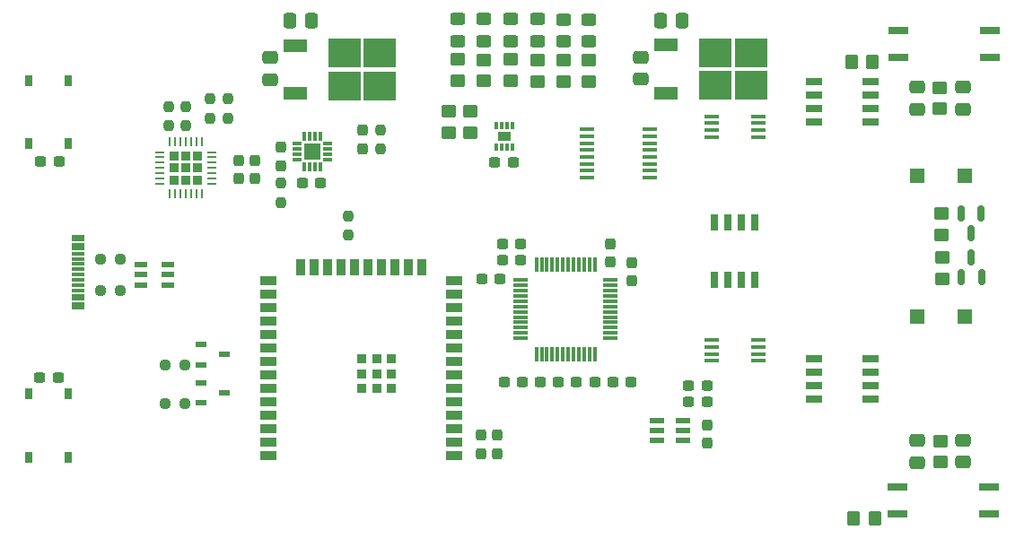
<source format=gbr>
%TF.GenerationSoftware,KiCad,Pcbnew,(6.0.4)*%
%TF.CreationDate,2023-03-24T19:38:28+01:00*%
%TF.ProjectId,test,74657374-2e6b-4696-9361-645f70636258,rev?*%
%TF.SameCoordinates,Original*%
%TF.FileFunction,Paste,Top*%
%TF.FilePolarity,Positive*%
%FSLAX46Y46*%
G04 Gerber Fmt 4.6, Leading zero omitted, Abs format (unit mm)*
G04 Created by KiCad (PCBNEW (6.0.4)) date 2023-03-24 19:38:28*
%MOMM*%
%LPD*%
G01*
G04 APERTURE LIST*
G04 Aperture macros list*
%AMRoundRect*
0 Rectangle with rounded corners*
0 $1 Rounding radius*
0 $2 $3 $4 $5 $6 $7 $8 $9 X,Y pos of 4 corners*
0 Add a 4 corners polygon primitive as box body*
4,1,4,$2,$3,$4,$5,$6,$7,$8,$9,$2,$3,0*
0 Add four circle primitives for the rounded corners*
1,1,$1+$1,$2,$3*
1,1,$1+$1,$4,$5*
1,1,$1+$1,$6,$7*
1,1,$1+$1,$8,$9*
0 Add four rect primitives between the rounded corners*
20,1,$1+$1,$2,$3,$4,$5,0*
20,1,$1+$1,$4,$5,$6,$7,0*
20,1,$1+$1,$6,$7,$8,$9,0*
20,1,$1+$1,$8,$9,$2,$3,0*%
G04 Aperture macros list end*
%ADD10RoundRect,0.237500X0.300000X0.237500X-0.300000X0.237500X-0.300000X-0.237500X0.300000X-0.237500X0*%
%ADD11RoundRect,0.250000X-0.450000X0.325000X-0.450000X-0.325000X0.450000X-0.325000X0.450000X0.325000X0*%
%ADD12RoundRect,0.237500X-0.250000X-0.237500X0.250000X-0.237500X0.250000X0.237500X-0.250000X0.237500X0*%
%ADD13RoundRect,0.237500X-0.300000X-0.237500X0.300000X-0.237500X0.300000X0.237500X-0.300000X0.237500X0*%
%ADD14R,1.900000X0.750000*%
%ADD15RoundRect,0.250000X0.475000X-0.337500X0.475000X0.337500X-0.475000X0.337500X-0.475000X-0.337500X0*%
%ADD16R,1.475000X1.400000*%
%ADD17R,1.300000X0.300000*%
%ADD18RoundRect,0.237500X-0.237500X0.300000X-0.237500X-0.300000X0.237500X-0.300000X0.237500X0.300000X0*%
%ADD19R,3.050000X2.750000*%
%ADD20R,2.200000X1.200000*%
%ADD21R,0.750000X1.000000*%
%ADD22RoundRect,0.250000X0.450000X-0.350000X0.450000X0.350000X-0.450000X0.350000X-0.450000X-0.350000X0*%
%ADD23RoundRect,0.237500X-0.237500X0.250000X-0.237500X-0.250000X0.237500X-0.250000X0.237500X0.250000X0*%
%ADD24R,0.300000X0.750000*%
%ADD25R,1.300000X0.900000*%
%ADD26RoundRect,0.237500X0.237500X-0.300000X0.237500X0.300000X-0.237500X0.300000X-0.237500X-0.300000X0*%
%ADD27RoundRect,0.150000X-0.150000X0.587500X-0.150000X-0.587500X0.150000X-0.587500X0.150000X0.587500X0*%
%ADD28RoundRect,0.225000X0.225000X0.225000X-0.225000X0.225000X-0.225000X-0.225000X0.225000X-0.225000X0*%
%ADD29RoundRect,0.062500X0.337500X0.062500X-0.337500X0.062500X-0.337500X-0.062500X0.337500X-0.062500X0*%
%ADD30RoundRect,0.062500X0.062500X0.337500X-0.062500X0.337500X-0.062500X-0.337500X0.062500X-0.337500X0*%
%ADD31RoundRect,0.250000X0.337500X0.475000X-0.337500X0.475000X-0.337500X-0.475000X0.337500X-0.475000X0*%
%ADD32R,1.425000X0.450000*%
%ADD33R,1.500000X0.900000*%
%ADD34R,0.900000X1.500000*%
%ADD35R,0.900000X0.900000*%
%ADD36RoundRect,0.250000X-0.450000X0.350000X-0.450000X-0.350000X0.450000X-0.350000X0.450000X0.350000X0*%
%ADD37RoundRect,0.250000X-0.350000X-0.450000X0.350000X-0.450000X0.350000X0.450000X-0.350000X0.450000X0*%
%ADD38RoundRect,0.250000X-0.475000X0.337500X-0.475000X-0.337500X0.475000X-0.337500X0.475000X0.337500X0*%
%ADD39R,1.500000X0.650000*%
%ADD40R,1.475000X0.450000*%
%ADD41R,0.300000X1.475000*%
%ADD42R,1.475000X0.300000*%
%ADD43RoundRect,0.237500X0.250000X0.237500X-0.250000X0.237500X-0.250000X-0.237500X0.250000X-0.237500X0*%
%ADD44R,1.200000X0.600000*%
%ADD45R,1.100000X0.600000*%
%ADD46R,0.850000X0.300000*%
%ADD47R,0.300000X0.850000*%
%ADD48R,1.650000X1.650000*%
%ADD49RoundRect,0.150000X0.150000X-0.587500X0.150000X0.587500X-0.150000X0.587500X-0.150000X-0.587500X0*%
%ADD50RoundRect,0.237500X0.237500X-0.250000X0.237500X0.250000X-0.237500X0.250000X-0.237500X-0.250000X0*%
%ADD51R,1.400000X0.600000*%
%ADD52R,0.650000X1.500000*%
G04 APERTURE END LIST*
D10*
%TO.C,C6*%
X4522500Y-14580000D03*
X2797500Y-14580000D03*
%TD*%
D11*
%TO.C,D1*%
X49650000Y-1125000D03*
X49650000Y-3175000D03*
%TD*%
D12*
%TO.C,R1*%
X8467500Y-26750000D03*
X10292500Y-26750000D03*
%TD*%
D13*
%TO.C,C31*%
X63922500Y-37285000D03*
X65647500Y-37285000D03*
%TD*%
D14*
%TO.C,K2*%
X83650000Y-45310000D03*
X83650000Y-47850000D03*
X92250000Y-47850000D03*
X92250000Y-45310000D03*
%TD*%
D10*
%TO.C,C5*%
X48230000Y-35350000D03*
X46505000Y-35350000D03*
%TD*%
D15*
%TO.C,C25*%
X89780000Y-42947500D03*
X89780000Y-40872500D03*
%TD*%
D16*
%TO.C,C29*%
X89982500Y-29210000D03*
X85457500Y-29210000D03*
%TD*%
D17*
%TO.C,U1*%
X6284100Y-21648971D03*
X6284100Y-22449073D03*
X6284100Y-23749047D03*
X6284100Y-24749047D03*
X6284100Y-25248920D03*
X6284100Y-26248666D03*
X6284100Y-27549149D03*
X6284100Y-28348997D03*
X6284100Y-28049022D03*
X6284100Y-27248920D03*
X6284100Y-26749047D03*
X6284100Y-25749047D03*
X6284100Y-24248920D03*
X6284100Y-23248920D03*
X6284100Y-22749047D03*
X6284100Y-21948946D03*
%TD*%
D18*
%TO.C,C8*%
X45860000Y-40400000D03*
X45860000Y-42125000D03*
%TD*%
D19*
%TO.C,U7*%
X69775000Y-4325000D03*
X66425000Y-7375000D03*
X69775000Y-7375000D03*
X66425000Y-4325000D03*
D20*
X61800000Y-3570000D03*
X61800000Y-8130000D03*
%TD*%
D16*
%TO.C,C28*%
X85437500Y-15900000D03*
X89962500Y-15900000D03*
%TD*%
D21*
%TO.C,SW2*%
X1625000Y-12900000D03*
X1625000Y-6900000D03*
X5375000Y-12900000D03*
X5375000Y-6900000D03*
%TD*%
D22*
%TO.C,R17*%
X41250000Y-11825000D03*
X41250000Y-9825000D03*
%TD*%
D23*
%TO.C,R9*%
X34872500Y-11582500D03*
X34872500Y-13407500D03*
%TD*%
D18*
%TO.C,C7*%
X44300000Y-40400000D03*
X44300000Y-42125000D03*
%TD*%
D24*
%TO.C,IC3*%
X45762500Y-13200000D03*
X46262500Y-13200000D03*
X46762500Y-13200000D03*
X47262500Y-13200000D03*
X47262500Y-11200000D03*
X46762500Y-11200000D03*
X46262500Y-11200000D03*
X45762500Y-11200000D03*
D25*
X46512500Y-12200000D03*
%TD*%
D26*
%TO.C,C15*%
X33187500Y-13337500D03*
X33187500Y-11612500D03*
%TD*%
D27*
%TO.C,D7*%
X91525000Y-19487500D03*
X89625000Y-19487500D03*
X90575000Y-21362500D03*
%TD*%
D13*
%TO.C,C30*%
X63922500Y-35685000D03*
X65647500Y-35685000D03*
%TD*%
D21*
%TO.C,SW1*%
X1625000Y-42500000D03*
X1625000Y-36500000D03*
X5375000Y-42500000D03*
X5375000Y-36500000D03*
%TD*%
D13*
%TO.C,C10*%
X53345000Y-35370000D03*
X55070000Y-35370000D03*
%TD*%
D28*
%TO.C,U2*%
X16475000Y-14055000D03*
X16475000Y-16295000D03*
X17595000Y-14055000D03*
X15355000Y-14055000D03*
X17595000Y-16295000D03*
X17595000Y-15175000D03*
X15355000Y-15175000D03*
X16475000Y-15175000D03*
X15355000Y-16295000D03*
D29*
X18925000Y-16675000D03*
X18925000Y-16175000D03*
X18925000Y-15675000D03*
X18925000Y-15175000D03*
X18925000Y-14675000D03*
X18925000Y-14175000D03*
X18925000Y-13675000D03*
D30*
X17975000Y-12725000D03*
X17475000Y-12725000D03*
X16975000Y-12725000D03*
X16475000Y-12725000D03*
X15975000Y-12725000D03*
X15475000Y-12725000D03*
X14975000Y-12725000D03*
D29*
X14025000Y-13675000D03*
X14025000Y-14175000D03*
X14025000Y-14675000D03*
X14025000Y-15175000D03*
X14025000Y-15675000D03*
X14025000Y-16175000D03*
X14025000Y-16675000D03*
D30*
X14975000Y-17625000D03*
X15475000Y-17625000D03*
X15975000Y-17625000D03*
X16475000Y-17625000D03*
X16975000Y-17625000D03*
X17475000Y-17625000D03*
X17975000Y-17625000D03*
%TD*%
D10*
%TO.C,C9*%
X51640000Y-35360000D03*
X49915000Y-35360000D03*
%TD*%
D31*
%TO.C,C22*%
X63337500Y-1250000D03*
X61262500Y-1250000D03*
%TD*%
D23*
%TO.C,R11*%
X31775000Y-19687500D03*
X31775000Y-21512500D03*
%TD*%
D22*
%TO.C,R24*%
X87800000Y-21500000D03*
X87800000Y-19500000D03*
%TD*%
D32*
%TO.C,IC6*%
X70472000Y-12255000D03*
X70472000Y-11605000D03*
X70472000Y-10955000D03*
X70472000Y-10305000D03*
X66048000Y-10305000D03*
X66048000Y-10955000D03*
X66048000Y-11605000D03*
X66048000Y-12255000D03*
%TD*%
D33*
%TO.C,U3*%
X41750000Y-42310000D03*
X41750000Y-41040000D03*
X41750000Y-39770000D03*
X41750000Y-38500000D03*
X41750000Y-37230000D03*
X41750000Y-35960000D03*
X41750000Y-34690000D03*
X41750000Y-33420000D03*
X41750000Y-32150000D03*
X41750000Y-30880000D03*
X41750000Y-29610000D03*
X41750000Y-28340000D03*
X41750000Y-27070000D03*
X41750000Y-25800000D03*
D34*
X38720000Y-24550000D03*
X37450000Y-24550000D03*
X36180000Y-24550000D03*
X34910000Y-24550000D03*
X33640000Y-24550000D03*
X32370000Y-24550000D03*
X31100000Y-24550000D03*
X29830000Y-24550000D03*
X28560000Y-24550000D03*
X27290000Y-24550000D03*
D33*
X24250000Y-25800000D03*
X24250000Y-27070000D03*
X24250000Y-28340000D03*
X24250000Y-29610000D03*
X24250000Y-30880000D03*
X24250000Y-32150000D03*
X24250000Y-33420000D03*
X24250000Y-34690000D03*
X24250000Y-35960000D03*
X24250000Y-37230000D03*
X24250000Y-38500000D03*
X24250000Y-39770000D03*
X24250000Y-41040000D03*
X24250000Y-42310000D03*
D35*
X33100000Y-34590000D03*
X34500000Y-34590000D03*
X35900000Y-35990000D03*
X33100000Y-33190000D03*
X35900000Y-34590000D03*
X34500000Y-33190000D03*
X34500000Y-35990000D03*
X35900000Y-33190000D03*
X33100000Y-35990000D03*
%TD*%
D36*
%TO.C,R19*%
X54500000Y-5020000D03*
X54500000Y-7020000D03*
%TD*%
D37*
%TO.C,R20*%
X79275000Y-5125000D03*
X81275000Y-5125000D03*
%TD*%
D10*
%TO.C,C16*%
X47355000Y-14670000D03*
X45630000Y-14670000D03*
%TD*%
%TO.C,C14*%
X29182500Y-16610000D03*
X27457500Y-16610000D03*
%TD*%
D36*
%TO.C,R23*%
X87640000Y-40960000D03*
X87640000Y-42960000D03*
%TD*%
D38*
%TO.C,C24*%
X89800000Y-7562500D03*
X89800000Y-9637500D03*
%TD*%
D26*
%TO.C,C3*%
X56530000Y-24037500D03*
X56530000Y-22312500D03*
%TD*%
D31*
%TO.C,C21*%
X28367500Y-1280000D03*
X26292500Y-1280000D03*
%TD*%
D11*
%TO.C,D2*%
X42150000Y-1125000D03*
X42150000Y-3175000D03*
%TD*%
D39*
%TO.C,U8*%
X81100000Y-10805000D03*
X81100000Y-9535000D03*
X81100000Y-8265000D03*
X81100000Y-6995000D03*
X75700000Y-6995000D03*
X75700000Y-8265000D03*
X75700000Y-9535000D03*
X75700000Y-10805000D03*
%TD*%
D36*
%TO.C,R22*%
X87600000Y-7600000D03*
X87600000Y-9600000D03*
%TD*%
D13*
%TO.C,C11*%
X56785000Y-35360000D03*
X58510000Y-35360000D03*
%TD*%
D32*
%TO.C,IC7*%
X70472000Y-33395000D03*
X70472000Y-32745000D03*
X70472000Y-32095000D03*
X70472000Y-31445000D03*
X66048000Y-31445000D03*
X66048000Y-32095000D03*
X66048000Y-32745000D03*
X66048000Y-33395000D03*
%TD*%
D10*
%TO.C,C4*%
X4412500Y-34930000D03*
X2687500Y-34930000D03*
%TD*%
D36*
%TO.C,R14*%
X47150000Y-4920000D03*
X47150000Y-6920000D03*
%TD*%
D15*
%TO.C,C19*%
X24430000Y-6817500D03*
X24430000Y-4742500D03*
%TD*%
D36*
%TO.C,R13*%
X44600000Y-4950000D03*
X44600000Y-6950000D03*
%TD*%
D10*
%TO.C,C12*%
X48050000Y-22350000D03*
X46325000Y-22350000D03*
%TD*%
D39*
%TO.C,U9*%
X81110000Y-36965000D03*
X81110000Y-35695000D03*
X81110000Y-34425000D03*
X81110000Y-33155000D03*
X75710000Y-33155000D03*
X75710000Y-34425000D03*
X75710000Y-35695000D03*
X75710000Y-36965000D03*
%TD*%
D40*
%TO.C,IC5*%
X60208000Y-16075000D03*
X60208000Y-15425000D03*
X60208000Y-14775000D03*
X60208000Y-14125000D03*
X60208000Y-13475000D03*
X60208000Y-12825000D03*
X60208000Y-12175000D03*
X60208000Y-11525000D03*
X54332000Y-11525000D03*
X54332000Y-12175000D03*
X54332000Y-12825000D03*
X54332000Y-13475000D03*
X54332000Y-14125000D03*
X54332000Y-14775000D03*
X54332000Y-15425000D03*
X54332000Y-16075000D03*
%TD*%
D41*
%TO.C,IC2*%
X55050000Y-24262000D03*
X54550000Y-24262000D03*
X54050000Y-24262000D03*
X53550000Y-24262000D03*
X53050000Y-24262000D03*
X52550000Y-24262000D03*
X52050000Y-24262000D03*
X51550000Y-24262000D03*
X51050000Y-24262000D03*
X50550000Y-24262000D03*
X50050000Y-24262000D03*
X49550000Y-24262000D03*
D42*
X48062000Y-25750000D03*
X48062000Y-26250000D03*
X48062000Y-26750000D03*
X48062000Y-27250000D03*
X48062000Y-27750000D03*
X48062000Y-28250000D03*
X48062000Y-28750000D03*
X48062000Y-29250000D03*
X48062000Y-29750000D03*
X48062000Y-30250000D03*
X48062000Y-30750000D03*
X48062000Y-31250000D03*
D41*
X49550000Y-32738000D03*
X50050000Y-32738000D03*
X50550000Y-32738000D03*
X51050000Y-32738000D03*
X51550000Y-32738000D03*
X52050000Y-32738000D03*
X52550000Y-32738000D03*
X53050000Y-32738000D03*
X53550000Y-32738000D03*
X54050000Y-32738000D03*
X54550000Y-32738000D03*
X55050000Y-32738000D03*
D42*
X56538000Y-31250000D03*
X56538000Y-30750000D03*
X56538000Y-30250000D03*
X56538000Y-29750000D03*
X56538000Y-29250000D03*
X56538000Y-28750000D03*
X56538000Y-28250000D03*
X56538000Y-27750000D03*
X56538000Y-27250000D03*
X56538000Y-26750000D03*
X56538000Y-26250000D03*
X56538000Y-25750000D03*
%TD*%
D11*
%TO.C,D4*%
X47150000Y-1125000D03*
X47150000Y-3175000D03*
%TD*%
D43*
%TO.C,R8*%
X16362500Y-33800000D03*
X14537500Y-33800000D03*
%TD*%
D38*
%TO.C,C26*%
X85500000Y-7562500D03*
X85500000Y-9637500D03*
%TD*%
D36*
%TO.C,R7*%
X49650000Y-5020000D03*
X49650000Y-7020000D03*
%TD*%
D44*
%TO.C,IC1*%
X14750000Y-26200000D03*
X14750000Y-25250000D03*
X14750000Y-24300000D03*
X12250000Y-24300000D03*
X12250000Y-25250000D03*
X12250000Y-26200000D03*
%TD*%
D45*
%TO.C,Q2*%
X17950000Y-31850000D03*
X17950000Y-33750000D03*
X20150000Y-32800000D03*
%TD*%
D46*
%TO.C,IC4*%
X29850000Y-14350000D03*
X29850000Y-13850000D03*
X29850000Y-13350000D03*
X29850000Y-12850000D03*
D47*
X29150000Y-12150000D03*
X28650000Y-12150000D03*
X28150000Y-12150000D03*
X27650000Y-12150000D03*
D46*
X26950000Y-12850000D03*
X26950000Y-13350000D03*
X26950000Y-13850000D03*
X26950000Y-14350000D03*
D47*
X27650000Y-15050000D03*
X28150000Y-15050000D03*
X28650000Y-15050000D03*
X29150000Y-15050000D03*
D48*
X28400000Y-13600000D03*
%TD*%
D23*
%TO.C,R10*%
X25425000Y-16625000D03*
X25425000Y-18450000D03*
%TD*%
D49*
%TO.C,D8*%
X89650000Y-25487500D03*
X91550000Y-25487500D03*
X90600000Y-23612500D03*
%TD*%
D23*
%TO.C,R5*%
X16450000Y-9387500D03*
X16450000Y-11212500D03*
%TD*%
D36*
%TO.C,R25*%
X87830000Y-23610000D03*
X87830000Y-25610000D03*
%TD*%
D11*
%TO.C,D6*%
X54500000Y-1175000D03*
X54500000Y-3225000D03*
%TD*%
D22*
%TO.C,R16*%
X43330000Y-11815000D03*
X43330000Y-9815000D03*
%TD*%
D50*
%TO.C,R6*%
X14850000Y-11212500D03*
X14850000Y-9387500D03*
%TD*%
D23*
%TO.C,R4*%
X20450000Y-8662500D03*
X20450000Y-10487500D03*
%TD*%
D51*
%TO.C,IC8*%
X63415000Y-40885000D03*
X63415000Y-39935000D03*
X63415000Y-38985000D03*
X60915000Y-38985000D03*
X60915000Y-39935000D03*
X60915000Y-40885000D03*
%TD*%
D15*
%TO.C,C20*%
X59400000Y-6787500D03*
X59400000Y-4712500D03*
%TD*%
D12*
%TO.C,R2*%
X8467500Y-23750000D03*
X10292500Y-23750000D03*
%TD*%
D26*
%TO.C,C32*%
X65635000Y-41147500D03*
X65635000Y-39422500D03*
%TD*%
D37*
%TO.C,R21*%
X79490000Y-48290000D03*
X81490000Y-48290000D03*
%TD*%
D10*
%TO.C,C13*%
X46137500Y-25675000D03*
X44412500Y-25675000D03*
%TD*%
D52*
%TO.C,U10*%
X70130000Y-20325000D03*
X68860000Y-20325000D03*
X67590000Y-20325000D03*
X66320000Y-20325000D03*
X66320000Y-25725000D03*
X67590000Y-25725000D03*
X68860000Y-25725000D03*
X70130000Y-25725000D03*
%TD*%
D18*
%TO.C,C2*%
X58580000Y-24087500D03*
X58580000Y-25812500D03*
%TD*%
D19*
%TO.C,U6*%
X31455000Y-7405000D03*
X34805000Y-7405000D03*
X34805000Y-4355000D03*
X31455000Y-4355000D03*
D20*
X26830000Y-3600000D03*
X26830000Y-8160000D03*
%TD*%
D43*
%TO.C,R15*%
X16362500Y-37400000D03*
X14537500Y-37400000D03*
%TD*%
D18*
%TO.C,C23*%
X22975000Y-14437500D03*
X22975000Y-16162500D03*
%TD*%
D36*
%TO.C,R18*%
X52100000Y-5020000D03*
X52100000Y-7020000D03*
%TD*%
D11*
%TO.C,D3*%
X44600000Y-1125000D03*
X44600000Y-3175000D03*
%TD*%
D23*
%TO.C,R3*%
X18725000Y-8637500D03*
X18725000Y-10462500D03*
%TD*%
D36*
%TO.C,R12*%
X42150000Y-4925000D03*
X42150000Y-6925000D03*
%TD*%
D45*
%TO.C,Q1*%
X17950000Y-35450000D03*
X17950000Y-37350000D03*
X20150000Y-36400000D03*
%TD*%
D26*
%TO.C,C17*%
X25420000Y-14952500D03*
X25420000Y-13227500D03*
%TD*%
D10*
%TO.C,C18*%
X48052500Y-23900000D03*
X46327500Y-23900000D03*
%TD*%
D18*
%TO.C,C1*%
X21450000Y-14437500D03*
X21450000Y-16162500D03*
%TD*%
D14*
%TO.C,K1*%
X83700000Y-2230000D03*
X83700000Y-4770000D03*
X92300000Y-4770000D03*
X92300000Y-2230000D03*
%TD*%
D15*
%TO.C,C27*%
X85490000Y-42970000D03*
X85490000Y-40895000D03*
%TD*%
D11*
%TO.C,D5*%
X52100000Y-1195000D03*
X52100000Y-3245000D03*
%TD*%
M02*

</source>
